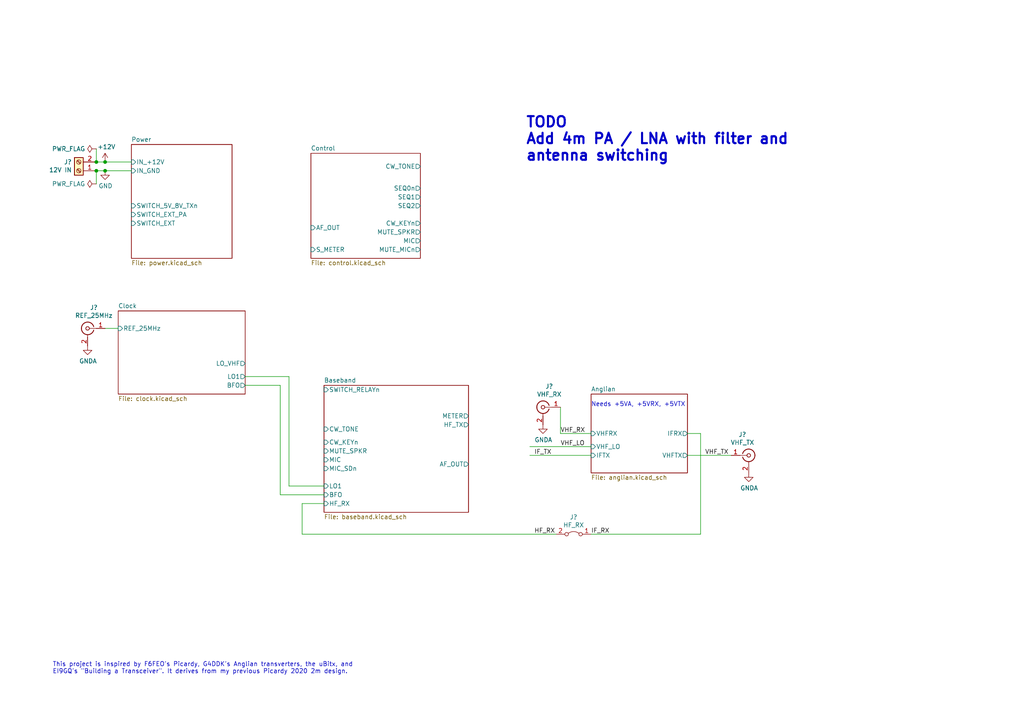
<source format=kicad_sch>
(kicad_sch (version 20211123) (generator eeschema)
  (paper "A4")
  (title_block (title "DART-70 TRX") (date "2023-01-08") (rev "0") (company "HB9EGM") (comment 1 "A 4m Band SSB/CW Transceiver"))
  (lib_symbols
    (symbol "Connector:Conn_Coaxial" (pin_names (offset 1.016) hide)
      (property "Reference" "J" (at 0.254 3.048 0))
      (property "Value" "Conn_Coaxial" (at 2.921 0 90))
      (symbol "Conn_Coaxial_0_1"
        (arc (start -1.778 -0.508) (mid 0.222 -1.808) (end 1.778 0) (stroke (width 0.254)))
        (polyline (pts (xy -2.54 0) (xy -0.508 0)))
        (polyline (pts (xy 0 -2.54) (xy 0 -1.778)))
        (circle (center 0 0) (radius 0.508) (stroke (width 0.2032)))
        (arc (start 1.778 0) (mid 0.2221 1.8083) (end -1.778 0.508) (stroke (width 0.254)))
      )
      (symbol "Conn_Coaxial_1_1"
        (pin passive line (at -5.08 0 0) (length 2.54) (name "In") (number "1"))
        (pin passive line (at 0 -5.08 90) (length 2.54) (name "Ext") (number "2"))
      )
    )
    (symbol "Connector:Screw_Terminal_01x02" (pin_names (offset 1.016) hide)
      (property "Reference" "J" (at 0 2.54 0))
      (property "Value" "Screw_Terminal_01x02" (at 0 -5.08 0))
      (symbol "Screw_Terminal_01x02_1_1"
        (rectangle (start -1.27 1.27) (end 1.27 -3.81) (stroke (width 0.254)) (fill (type background)))
        (circle (center 0 -2.54) (radius 0.635) (stroke (width 0.1524)))
        (polyline (pts (xy -0.5334 -2.2098) (xy 0.3302 -3.048)) (stroke (width 0.1524)))
        (polyline (pts (xy -0.5334 0.3302) (xy 0.3302 -0.508)) (stroke (width 0.1524)))
        (polyline (pts (xy -0.3556 -2.032) (xy 0.508 -2.8702)) (stroke (width 0.1524)))
        (polyline (pts (xy -0.3556 0.508) (xy 0.508 -0.3302)) (stroke (width 0.1524)))
        (circle (center 0 0) (radius 0.635) (stroke (width 0.1524)))
        (pin passive line (at -5.08 0 0) (length 3.81) (name "Pin_1") (number "1"))
        (pin passive line (at -5.08 -2.54 0) (length 3.81) (name "Pin_2") (number "2"))
      )
    )
    (symbol "Jumper:Jumper_2_Bridged" (pin_names (offset 0) hide)
      (property "Reference" "JP" (at 0 1.905 0))
      (property "Value" "Jumper_2_Bridged" (at 0 -2.54 0))
      (symbol "Jumper_2_Bridged_0_0"
        (circle (center -2.032 0) (radius 0.508))
        (circle (center 2.032 0) (radius 0.508))
      )
      (symbol "Jumper_2_Bridged_0_1"
        (arc (start 1.524 0.254) (mid 0 0.762) (end -1.524 0.254))
      )
      (symbol "Jumper_2_Bridged_1_1"
        (pin passive line (at -5.08 0 0) (length 2.54) (name "A") (number "1"))
        (pin passive line (at 5.08 0 180) (length 2.54) (name "B") (number "2"))
      )
    )
    (symbol "power:+12V" (power) (pin_names (offset 0))
      (property "Value" "+12V" (at 0 3.556 0))
      (symbol "+12V_0_1"
        (polyline (pts (xy -0.762 1.27) (xy 0 2.54)))
        (polyline (pts (xy 0 0) (xy 0 2.54)))
        (polyline (pts (xy 0 2.54) (xy 0.762 1.27)))
      )
      (symbol "+12V_1_1"
        (pin power_in line (at 0 0 90) (length 0) hide (name "+12V") (number "1"))
      )
    )
    (symbol "power:GND" (power) (pin_names (offset 0))
      (property "Value" "GND" (at 0 -3.81 0))
      (symbol "GND_0_1"
        (polyline (pts (xy 0 0) (xy 0 -1.27) (xy 1.27 -1.27) (xy 0 -2.54) (xy -1.27 -1.27) (xy 0 -1.27)))
      )
      (symbol "GND_1_1"
        (pin power_in line (at 0 0 270) (length 0) hide (name "GND") (number "1"))
      )
    )
    (symbol "power:GNDA" (power) (pin_names (offset 0))
      (property "Value" "GNDA" (at 0 -3.81 0))
      (symbol "GNDA_0_1"
        (polyline (pts (xy 0 0) (xy 0 -1.27) (xy 1.27 -1.27) (xy 0 -2.54) (xy -1.27 -1.27) (xy 0 -1.27)))
      )
      (symbol "GNDA_1_1"
        (pin power_in line (at 0 0 270) (length 0) hide (name "GNDA") (number "1"))
      )
    )
    (symbol "power:PWR_FLAG" (power) (pin_numbers hide) (pin_names (offset 0) hide)
      (property "Value" "PWR_FLAG" (at 0 3.81 0))
      (symbol "PWR_FLAG_0_0"
        (pin power_out line (at 0 0 90) (length 0) (name "pwr") (number "1"))
      )
      (symbol "PWR_FLAG_0_1"
        (polyline (pts (xy 0 0) (xy 0 1.27) (xy -1.016 1.905) (xy 0 2.54) (xy 1.016 1.905) (xy 0 1.27)))
      )
    )
  )
  (junction (at 27.94 49.53))
  (junction (at 30.48 46.99))
  (junction (at 30.48 49.53))
  (junction (at 27.94 46.99))
  (wire (pts (xy 30.48 49.53) (xy 38.1 49.53)))
  (wire (pts (xy 83.82 140.97) (xy 93.98 140.97)))
  (wire (pts (xy 171.45 154.94) (xy 203.2 154.94)))
  (wire (pts (xy 199.39 125.73) (xy 203.2 125.73)))
  (wire (pts (xy 81.28 111.76) (xy 81.28 143.51)))
  (wire (pts (xy 27.94 43.18) (xy 27.94 46.99)))
  (wire (pts (xy 153.67 132.08) (xy 171.45 132.08)))
  (wire (pts (xy 71.12 111.76) (xy 81.28 111.76)))
  (wire (pts (xy 203.2 154.94) (xy 203.2 125.73)))
  (wire (pts (xy 162.56 118.11) (xy 162.56 125.73)))
  (wire (pts (xy 27.94 49.53) (xy 30.48 49.53)))
  (wire (pts (xy 87.63 146.05) (xy 93.98 146.05)))
  (wire (pts (xy 87.63 154.94) (xy 87.63 146.05)))
  (wire (pts (xy 27.94 46.99) (xy 30.48 46.99)))
  (wire (pts (xy 162.56 125.73) (xy 171.45 125.73)))
  (wire (pts (xy 83.82 109.22) (xy 83.82 140.97)))
  (wire (pts (xy 161.29 154.94) (xy 87.63 154.94)))
  (wire (pts (xy 212.09 132.08) (xy 199.39 132.08)))
  (wire (pts (xy 81.28 143.51) (xy 93.98 143.51)))
  (wire (pts (xy 71.12 109.22) (xy 83.82 109.22)))
  (wire (pts (xy 30.48 46.99) (xy 38.1 46.99)))
  (wire (pts (xy 153.67 129.54) (xy 171.45 129.54)))
  (wire (pts (xy 30.48 95.25) (xy 34.29 95.25)))
  (wire (pts (xy 27.94 53.34) (xy 27.94 49.53)))
  (text "Needs +5VA, +5VRX, +5VTX" (at 171.45 118.11 0) (effects (font (size 1.27 1.27)) (justify left bottom)))
  (text "TODO\nAdd 4m PA / LNA with filter and \nantenna switching" (at 152.4 46.99 0) (effects (font (size 3 3) bold) (justify left bottom)))
  (text "This project is inspired by F6FEO's Picardy, G4DDK's Anglian transverters, the uBitx, and\nEI9GQ's \"Building a Transceiver\". It derives from my previous Picardy 2020 2m design." (at 15.24 195.58 0) (effects (font (size 1.27 1.27)) (justify left bottom)))
  (label "IF_TX" (at 154.94 132.08 0))
  (label "VHF_TX" (at 204.47 132.08 0))
  (label "VHF_LO" (at 162.56 129.54 0))
  (label "VHF_RX" (at 162.56 125.73 0))
  (label "HF_RX" (at 154.94 154.94 0))
  (label "IF_RX" (at 171.45 154.94 0))
  (symbol (lib_id "power:PWR_FLAG") (at 27.94 43.18 90) (unit 1)
    (property "Reference" "#FLG?" (effects hide))
    (property "Value" "PWR_FLAG" (at 24.7142 43.18 90) (effects (justify left)))
  )
  (symbol (lib_id "Connector:Screw_Terminal_01x02") (at 22.86 49.53 180) (unit 1)
    (property "Reference" "J?" (at 20.828 46.99 0) (effects (justify left)))
    (property "Value" "12V IN" (at 20.828 49.3014 0) (effects (justify left)))
    (property "Footprint" "Connector_PinHeader_2.54mm:PinHeader_1x02_P2.54mm_Vertical" (effects hide))
    (property "Need_order" "0" (effects hide))
  )
  (symbol (lib_id "power:PWR_FLAG") (at 27.94 53.34 90) (unit 1)
    (property "Reference" "#FLG?" (effects hide))
    (property "Value" "PWR_FLAG" (at 24.7142 53.34 90) (effects (justify left)))
  )
  (symbol (lib_id "power:+12V") (at 30.48 46.99 0) (unit 1)
    (property "Reference" "#PWR?" (effects hide))
    (property "Value" "+12V" (at 30.861 42.5958 0))
  )
  (symbol (lib_id "Jumper:Jumper_2_Bridged") (at 166.37 154.94 0) (mirror y) (unit 1)
    (property "Reference" "J?" (at 166.37 149.987 0))
    (property "Value" "HF_RX" (at 166.37 152.2984 0))
    (property "Footprint" "Connector_PinHeader_2.54mm:PinHeader_1x02_P2.54mm_Vertical" (effects hide))
    (property "Need_order" "0" (effects hide))
  )
  (symbol (lib_id "power:GNDA") (at 157.48 123.19 0) (unit 1)
    (property "Reference" "#PWR?" (effects hide))
    (property "Value" "GNDA" (at 157.607 127.5842 0))
  )
  (symbol (lib_id "Connector:Conn_Coaxial") (at 25.4 95.25 0) (mirror y) (unit 1)
    (property "Reference" "J?" (at 27.2288 89.2048 0))
    (property "Value" "REF_25MHz" (at 27.2288 91.5162 0))
    (property "Footprint" "Connector_Coaxial:SMA_Amphenol_132289_EdgeMount" (effects hide))
    (property "Datasheet" " ~" (effects hide))
    (property "Need_order" "0" (effects hide))
  )
  (symbol (lib_id "power:GNDA") (at 217.17 137.16 0) (unit 1)
    (property "Reference" "#PWR?" (effects hide))
    (property "Value" "GNDA" (at 217.297 141.5542 0))
  )
  (symbol (lib_id "Connector:Conn_Coaxial") (at 217.17 132.08 0) (unit 1)
    (property "Reference" "J?" (at 215.3412 126.0348 0))
    (property "Value" "VHF_TX" (at 215.3412 128.3462 0))
    (property "Footprint" "Connector_Coaxial:SMA_Amphenol_132289_EdgeMount" (effects hide))
    (property "Datasheet" " ~" (effects hide))
    (property "Need_order" "0" (effects hide))
  )
  (symbol (lib_id "power:GNDA") (at 25.4 100.33 0) (unit 1)
    (property "Reference" "#PWR?" (effects hide))
    (property "Value" "GNDA" (at 25.527 104.7242 0))
  )
  (symbol (lib_id "power:GND") (at 30.48 49.53 0) (unit 1)
    (property "Reference" "#PWR?" (effects hide))
    (property "Value" "GND" (at 30.607 53.9242 0))
  )
  (symbol (lib_id "Connector:Conn_Coaxial") (at 157.48 118.11 0) (mirror y) (unit 1)
    (property "Reference" "J?" (at 159.3088 112.0648 0))
    (property "Value" "VHF_RX" (at 159.3088 114.3762 0))
    (property "Footprint" "Connector_Coaxial:SMA_Amphenol_132289_EdgeMount" (effects hide))
    (property "Datasheet" " ~" (effects hide))
    (property "Need_order" "0" (effects hide))
  )
  (sheet (at 90.17 44.45) (size 31.75 30.48)
    (property "Sheet name" "Control" (at 90.17 43.7384 0) (effects (justify left bottom)))
    (property "Sheet file" "control.kicad_sch" (at 90.17 75.5146 0) (effects (justify left top)))
    (pin "CW_TONE" output (at 121.92 48.26 0))
    (pin "SEQ0n" output (at 121.92 54.61 0))
    (pin "SEQ1" output (at 121.92 57.15 0))
    (pin "SEQ2" output (at 121.92 59.69 0))
    (pin "MIC" output (at 121.92 69.85 0))
    (pin "MUTE_SPKR" output (at 121.92 67.31 0))
    (pin "S_METER" input (at 90.17 72.39 180))
    (pin "CW_KEYn" output (at 121.92 64.77 0))
    (pin "AF_OUT" input (at 90.17 66.04 180))
    (pin "MUTE_MICn" output (at 121.92 72.39 0))
  )
  (sheet (at 38.1 41.91) (size 29.21 33.02)
    (property "Sheet name" "Power" (at 38.1 41.1984 0) (effects (justify left bottom)))
    (property "Sheet file" "power.kicad_sch" (at 38.1 75.5146 0) (effects (justify left top)))
    (pin "IN_+12V" input (at 38.1 46.99 180))
    (pin "IN_GND" input (at 38.1 49.53 180))
    (pin "SWITCH_5V_8V_TXn" input (at 38.1 59.69 180))
    (pin "SWITCH_EXT" input (at 38.1 64.77 180))
    (pin "SWITCH_EXT_PA" input (at 38.1 62.23 180))
  )
  (sheet (at 34.29 90.17) (size 36.83 24.13)
    (property "Sheet name" "Clock" (at 34.29 89.4584 0) (effects (justify left bottom)))
    (property "Sheet file" "clock.kicad_sch" (at 34.29 114.8846 0) (effects (justify left top)))
    (pin "LO1" output (at 71.12 109.22 0))
    (pin "REF_25MHz" input (at 34.29 95.25 180))
    (pin "LO_VHF" output (at 71.12 105.41 0))
    (pin "BFO" output (at 71.12 111.76 0))
  )
  (sheet (at 93.98 111.76) (size 41.91 36.83)
    (property "Sheet name" "Baseband" (at 93.98 111.0484 0) (effects (justify left bottom)))
    (property "Sheet file" "baseband.kicad_sch" (at 93.98 149.1746 0) (effects (justify left top)))
    (pin "LO1" input (at 93.98 140.97 180))
    (pin "HF_RX" input (at 93.98 146.05 180))
    (pin "MIC" input (at 93.98 133.35 180))
    (pin "MUTE_SPKR" input (at 93.98 130.81 180))
    (pin "SWITCH_RELAYn" input (at 93.98 113.03 180))
    (pin "HF_TX" output (at 135.89 123.19 0))
    (pin "METER" output (at 135.89 120.65 0))
    (pin "CW_TONE" input (at 93.98 124.46 180))
    (pin "BFO" input (at 93.98 143.51 180))
    (pin "CW_KEYn" input (at 93.98 128.27 180))
    (pin "AF_OUT" output (at 135.89 134.62 0))
    (pin "MIC_SDn" input (at 93.98 135.89 180))
  )
  (sheet (at 171.45 114.3) (size 27.94 22.86)
    (property "Sheet name" "Anglian" (at 171.45 113.5884 0) (effects (justify left bottom)))
    (property "Sheet file" "anglian.kicad_sch" (at 171.45 137.7446 0) (effects (justify left top)))
    (pin "VHF_LO" input (at 171.45 129.54 180))
    (pin "IFTX" input (at 171.45 132.08 180))
    (pin "VHFRX" input (at 171.45 125.73 180))
    (pin "IFRX" output (at 199.39 125.73 0))
    (pin "VHFTX" output (at 199.39 132.08 0))
  )
)
</source>
